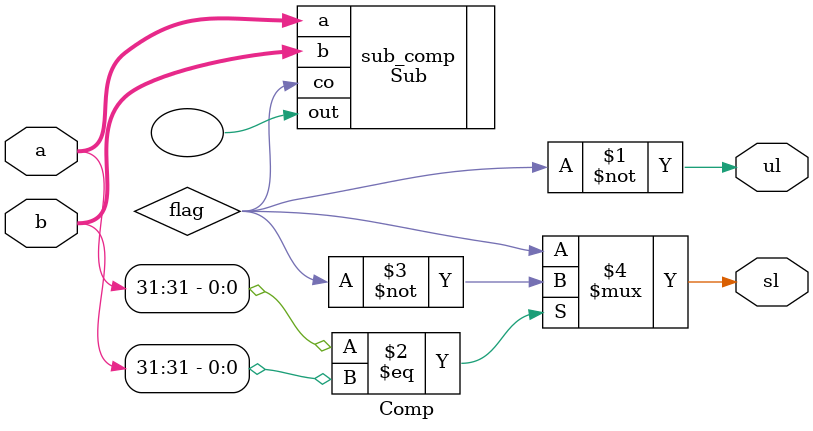
<source format=v>
`timescale 1ns / 1ps


module Comp(
    input                   [31 : 0]        a, b,
    output                  [ 0 : 0]        ul,
    output                  [ 0 : 0]        sl
);

wire flag;
assign ul = ~flag;
assign sl = (a[31] == b[31]) ? ~flag : flag;

Sub sub_comp(
    .a(a),
    .b(b),
    .out(),
    .co(flag)
);
 
endmodule

</source>
